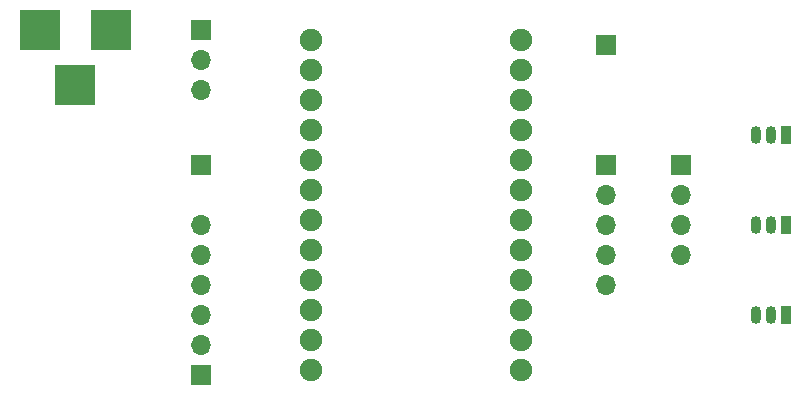
<source format=gbr>
G04 #@! TF.GenerationSoftware,KiCad,Pcbnew,(5.0.2)-1*
G04 #@! TF.CreationDate,2019-04-13T00:16:19-04:00*
G04 #@! TF.ProjectId,clock,636c6f63-6b2e-46b6-9963-61645f706362,rev?*
G04 #@! TF.SameCoordinates,Original*
G04 #@! TF.FileFunction,Copper,L1,Top*
G04 #@! TF.FilePolarity,Positive*
%FSLAX46Y46*%
G04 Gerber Fmt 4.6, Leading zero omitted, Abs format (unit mm)*
G04 Created by KiCad (PCBNEW (5.0.2)-1) date 4/13/2019 12:16:19 AM*
%MOMM*%
%LPD*%
G01*
G04 APERTURE LIST*
G04 #@! TA.AperFunction,ComponentPad*
%ADD10R,0.900000X1.500000*%
G04 #@! TD*
G04 #@! TA.AperFunction,ComponentPad*
%ADD11O,0.900000X1.500000*%
G04 #@! TD*
G04 #@! TA.AperFunction,ComponentPad*
%ADD12R,3.500000X3.500000*%
G04 #@! TD*
G04 #@! TA.AperFunction,ComponentPad*
%ADD13O,1.700000X1.700000*%
G04 #@! TD*
G04 #@! TA.AperFunction,ComponentPad*
%ADD14R,1.700000X1.700000*%
G04 #@! TD*
G04 #@! TA.AperFunction,ComponentPad*
%ADD15C,1.900000*%
G04 #@! TD*
G04 APERTURE END LIST*
D10*
G04 #@! TO.P,Q3,1*
G04 #@! TO.N,GND*
X165100000Y-80010000D03*
D11*
G04 #@! TO.P,Q3,3*
G04 #@! TO.N,GREEN*
X162560000Y-80010000D03*
G04 #@! TO.P,Q3,2*
G04 #@! TO.N,GREEN_CTRL*
X163830000Y-80010000D03*
G04 #@! TD*
G04 #@! TO.P,Q2,2*
G04 #@! TO.N,RED_CTRL*
X163830000Y-87630000D03*
G04 #@! TO.P,Q2,3*
G04 #@! TO.N,RED*
X162560000Y-87630000D03*
D10*
G04 #@! TO.P,Q2,1*
G04 #@! TO.N,GND*
X165100000Y-87630000D03*
G04 #@! TD*
G04 #@! TO.P,Q1,1*
G04 #@! TO.N,GND*
X165100000Y-95250000D03*
D11*
G04 #@! TO.P,Q1,3*
G04 #@! TO.N,BLUE*
X162560000Y-95250000D03*
G04 #@! TO.P,Q1,2*
G04 #@! TO.N,BLUE_CTRL*
X163830000Y-95250000D03*
G04 #@! TD*
D12*
G04 #@! TO.P,J1,3*
G04 #@! TO.N,N/C*
X104950000Y-75820000D03*
G04 #@! TO.P,J1,2*
G04 #@! TO.N,GND*
X101950000Y-71120000D03*
G04 #@! TO.P,J1,1*
G04 #@! TO.N,+12V*
X107950000Y-71120000D03*
G04 #@! TD*
D13*
G04 #@! TO.P,J2,4*
G04 #@! TO.N,BLUE*
X156210000Y-90170000D03*
G04 #@! TO.P,J2,3*
G04 #@! TO.N,RED*
X156210000Y-87630000D03*
G04 #@! TO.P,J2,2*
G04 #@! TO.N,GREEN*
X156210000Y-85090000D03*
D14*
G04 #@! TO.P,J2,1*
G04 #@! TO.N,+12V*
X156210000Y-82550000D03*
G04 #@! TD*
G04 #@! TO.P,J3,1*
G04 #@! TO.N,3.3V*
X149860000Y-72390000D03*
G04 #@! TD*
D13*
G04 #@! TO.P,J4,6*
G04 #@! TO.N,A5*
X115570000Y-87630000D03*
G04 #@! TO.P,J4,5*
G04 #@! TO.N,A4*
X115570000Y-90170000D03*
G04 #@! TO.P,J4,4*
G04 #@! TO.N,A3*
X115570000Y-92710000D03*
G04 #@! TO.P,J4,3*
G04 #@! TO.N,A2*
X115570000Y-95250000D03*
G04 #@! TO.P,J4,2*
G04 #@! TO.N,A1*
X115570000Y-97790000D03*
D14*
G04 #@! TO.P,J4,1*
G04 #@! TO.N,A0*
X115570000Y-100330000D03*
G04 #@! TD*
G04 #@! TO.P,J5,1*
G04 #@! TO.N,GND*
X115570000Y-82550000D03*
G04 #@! TD*
D13*
G04 #@! TO.P,J6,5*
G04 #@! TO.N,D3*
X149860000Y-92710000D03*
G04 #@! TO.P,J6,4*
G04 #@! TO.N,D4*
X149860000Y-90170000D03*
G04 #@! TO.P,J6,3*
G04 #@! TO.N,D5*
X149860000Y-87630000D03*
G04 #@! TO.P,J6,2*
G04 #@! TO.N,D6*
X149860000Y-85090000D03*
D14*
G04 #@! TO.P,J6,1*
G04 #@! TO.N,D7*
X149860000Y-82550000D03*
G04 #@! TD*
D13*
G04 #@! TO.P,U1,3*
G04 #@! TO.N,Net-(U1-Pad3)*
X115570000Y-76200000D03*
G04 #@! TO.P,U1,2*
G04 #@! TO.N,GND*
X115570000Y-73660000D03*
D14*
G04 #@! TO.P,U1,1*
G04 #@! TO.N,+12V*
X115570000Y-71120000D03*
G04 #@! TD*
D15*
G04 #@! TO.P,U2,1*
G04 #@! TO.N,Net-(U1-Pad3)*
X124930002Y-72033002D03*
G04 #@! TO.P,U2,2*
G04 #@! TO.N,GND*
X124930002Y-74573002D03*
G04 #@! TO.P,U2,3*
G04 #@! TO.N,Net-(U2-Pad3)*
X124930002Y-77113002D03*
G04 #@! TO.P,U2,4*
G04 #@! TO.N,Net-(U2-Pad4)*
X124930002Y-79653002D03*
G04 #@! TO.P,U2,5*
G04 #@! TO.N,Net-(U2-Pad5)*
X124930002Y-82193002D03*
G04 #@! TO.P,U2,6*
G04 #@! TO.N,Net-(U2-Pad6)*
X124930002Y-84733002D03*
G04 #@! TO.P,U2,7*
G04 #@! TO.N,A5*
X124930002Y-87273002D03*
G04 #@! TO.P,U2,8*
G04 #@! TO.N,A4*
X124930002Y-89813002D03*
G04 #@! TO.P,U2,9*
G04 #@! TO.N,A3*
X124930002Y-92353002D03*
G04 #@! TO.P,U2,10*
G04 #@! TO.N,A2*
X124930002Y-94893002D03*
G04 #@! TO.P,U2,11*
G04 #@! TO.N,A1*
X124930002Y-97433002D03*
G04 #@! TO.P,U2,12*
G04 #@! TO.N,A0*
X124930002Y-99973002D03*
G04 #@! TO.P,U2,24*
G04 #@! TO.N,3.3V*
X142710002Y-72033002D03*
G04 #@! TO.P,U2,23*
G04 #@! TO.N,Net-(U2-Pad23)*
X142710002Y-74573002D03*
G04 #@! TO.P,U2,22*
G04 #@! TO.N,Net-(U2-Pad22)*
X142710002Y-77113002D03*
G04 #@! TO.P,U2,21*
G04 #@! TO.N,N/C*
X142710002Y-79653002D03*
G04 #@! TO.P,U2,20*
G04 #@! TO.N,D7*
X142710002Y-82193002D03*
G04 #@! TO.P,U2,19*
G04 #@! TO.N,D6*
X142710002Y-84733002D03*
G04 #@! TO.P,U2,18*
G04 #@! TO.N,D5*
X142710002Y-87273002D03*
G04 #@! TO.P,U2,17*
G04 #@! TO.N,D4*
X142710002Y-89813002D03*
G04 #@! TO.P,U2,16*
G04 #@! TO.N,D3*
X142710002Y-92353002D03*
G04 #@! TO.P,U2,15*
G04 #@! TO.N,GREEN_CTRL*
X142710002Y-94893002D03*
G04 #@! TO.P,U2,14*
G04 #@! TO.N,RED_CTRL*
X142710002Y-97433002D03*
G04 #@! TO.P,U2,13*
G04 #@! TO.N,BLUE_CTRL*
X142710002Y-99973002D03*
G04 #@! TD*
M02*

</source>
